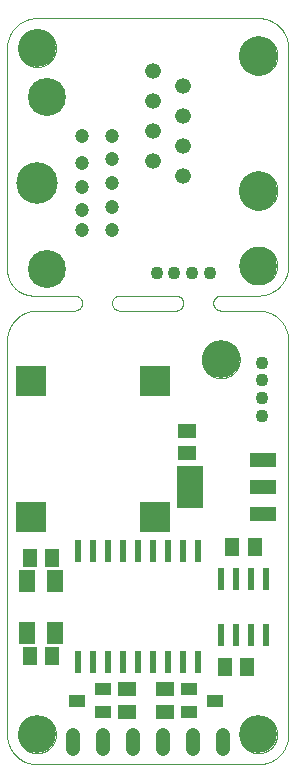
<source format=gts>
G75*
%MOIN*%
%OFA0B0*%
%FSLAX25Y25*%
%IPPOS*%
%LPD*%
%AMOC8*
5,1,8,0,0,1.08239X$1,22.5*
%
%ADD10C,0.00000*%
%ADD11C,0.12598*%
%ADD12R,0.05118X0.05906*%
%ADD13R,0.05906X0.05118*%
%ADD14R,0.08800X0.04800*%
%ADD15R,0.08661X0.14173*%
%ADD16R,0.05512X0.07480*%
%ADD17C,0.04800*%
%ADD18R,0.02200X0.07800*%
%ADD19C,0.04331*%
%ADD20R,0.09843X0.09843*%
%ADD21C,0.05250*%
%ADD22C,0.12800*%
%ADD23C,0.04724*%
%ADD24C,0.13843*%
%ADD25C,0.12661*%
%ADD26R,0.05512X0.03937*%
D10*
X0028845Y0038800D02*
X0028845Y0170050D01*
X0028848Y0170292D01*
X0028857Y0170533D01*
X0028871Y0170774D01*
X0028892Y0171015D01*
X0028918Y0171255D01*
X0028950Y0171495D01*
X0028988Y0171734D01*
X0029031Y0171971D01*
X0029081Y0172208D01*
X0029136Y0172443D01*
X0029196Y0172677D01*
X0029263Y0172909D01*
X0029334Y0173140D01*
X0029412Y0173369D01*
X0029495Y0173596D01*
X0029583Y0173821D01*
X0029677Y0174044D01*
X0029776Y0174264D01*
X0029881Y0174482D01*
X0029990Y0174697D01*
X0030105Y0174910D01*
X0030225Y0175120D01*
X0030350Y0175326D01*
X0030480Y0175530D01*
X0030615Y0175731D01*
X0030755Y0175928D01*
X0030899Y0176122D01*
X0031048Y0176312D01*
X0031202Y0176498D01*
X0031360Y0176681D01*
X0031522Y0176860D01*
X0031689Y0177035D01*
X0031860Y0177206D01*
X0032035Y0177373D01*
X0032214Y0177535D01*
X0032397Y0177693D01*
X0032583Y0177847D01*
X0032773Y0177996D01*
X0032967Y0178140D01*
X0033164Y0178280D01*
X0033365Y0178415D01*
X0033569Y0178545D01*
X0033775Y0178670D01*
X0033985Y0178790D01*
X0034198Y0178905D01*
X0034413Y0179014D01*
X0034631Y0179119D01*
X0034851Y0179218D01*
X0035074Y0179312D01*
X0035299Y0179400D01*
X0035526Y0179483D01*
X0035755Y0179561D01*
X0035986Y0179632D01*
X0036218Y0179699D01*
X0036452Y0179759D01*
X0036687Y0179814D01*
X0036924Y0179864D01*
X0037161Y0179907D01*
X0037400Y0179945D01*
X0037640Y0179977D01*
X0037880Y0180003D01*
X0038121Y0180024D01*
X0038362Y0180038D01*
X0038603Y0180047D01*
X0038845Y0180050D01*
X0051345Y0180050D01*
X0053845Y0182550D02*
X0053843Y0182648D01*
X0053837Y0182746D01*
X0053828Y0182844D01*
X0053814Y0182941D01*
X0053797Y0183038D01*
X0053776Y0183134D01*
X0053751Y0183229D01*
X0053723Y0183323D01*
X0053690Y0183415D01*
X0053655Y0183507D01*
X0053615Y0183597D01*
X0053573Y0183685D01*
X0053526Y0183772D01*
X0053477Y0183856D01*
X0053424Y0183939D01*
X0053368Y0184019D01*
X0053308Y0184098D01*
X0053246Y0184174D01*
X0053181Y0184247D01*
X0053113Y0184318D01*
X0053042Y0184386D01*
X0052969Y0184451D01*
X0052893Y0184513D01*
X0052814Y0184573D01*
X0052734Y0184629D01*
X0052651Y0184682D01*
X0052567Y0184731D01*
X0052480Y0184778D01*
X0052392Y0184820D01*
X0052302Y0184860D01*
X0052210Y0184895D01*
X0052118Y0184928D01*
X0052024Y0184956D01*
X0051929Y0184981D01*
X0051833Y0185002D01*
X0051736Y0185019D01*
X0051639Y0185033D01*
X0051541Y0185042D01*
X0051443Y0185048D01*
X0051345Y0185050D01*
X0037595Y0185050D01*
X0037384Y0185053D01*
X0037172Y0185060D01*
X0036961Y0185073D01*
X0036751Y0185091D01*
X0036540Y0185114D01*
X0036331Y0185142D01*
X0036122Y0185175D01*
X0035914Y0185213D01*
X0035707Y0185256D01*
X0035501Y0185304D01*
X0035296Y0185357D01*
X0035093Y0185415D01*
X0034891Y0185478D01*
X0034691Y0185546D01*
X0034492Y0185619D01*
X0034295Y0185696D01*
X0034101Y0185778D01*
X0033908Y0185865D01*
X0033717Y0185956D01*
X0033529Y0186052D01*
X0033343Y0186153D01*
X0033159Y0186258D01*
X0032978Y0186367D01*
X0032800Y0186481D01*
X0032624Y0186599D01*
X0032452Y0186721D01*
X0032282Y0186847D01*
X0032116Y0186978D01*
X0031953Y0187112D01*
X0031793Y0187251D01*
X0031636Y0187393D01*
X0031483Y0187539D01*
X0031334Y0187688D01*
X0031188Y0187841D01*
X0031046Y0187998D01*
X0030907Y0188158D01*
X0030773Y0188321D01*
X0030642Y0188487D01*
X0030516Y0188657D01*
X0030394Y0188829D01*
X0030276Y0189005D01*
X0030162Y0189183D01*
X0030053Y0189364D01*
X0029948Y0189548D01*
X0029847Y0189734D01*
X0029751Y0189922D01*
X0029660Y0190113D01*
X0029573Y0190306D01*
X0029491Y0190500D01*
X0029414Y0190697D01*
X0029341Y0190896D01*
X0029273Y0191096D01*
X0029210Y0191298D01*
X0029152Y0191501D01*
X0029099Y0191706D01*
X0029051Y0191912D01*
X0029008Y0192119D01*
X0028970Y0192327D01*
X0028937Y0192536D01*
X0028909Y0192745D01*
X0028886Y0192956D01*
X0028868Y0193166D01*
X0028855Y0193377D01*
X0028848Y0193589D01*
X0028845Y0193800D01*
X0028845Y0267550D01*
X0028848Y0267792D01*
X0028857Y0268033D01*
X0028871Y0268274D01*
X0028892Y0268515D01*
X0028918Y0268755D01*
X0028950Y0268995D01*
X0028988Y0269234D01*
X0029031Y0269471D01*
X0029081Y0269708D01*
X0029136Y0269943D01*
X0029196Y0270177D01*
X0029263Y0270409D01*
X0029334Y0270640D01*
X0029412Y0270869D01*
X0029495Y0271096D01*
X0029583Y0271321D01*
X0029677Y0271544D01*
X0029776Y0271764D01*
X0029881Y0271982D01*
X0029990Y0272197D01*
X0030105Y0272410D01*
X0030225Y0272620D01*
X0030350Y0272826D01*
X0030480Y0273030D01*
X0030615Y0273231D01*
X0030755Y0273428D01*
X0030899Y0273622D01*
X0031048Y0273812D01*
X0031202Y0273998D01*
X0031360Y0274181D01*
X0031522Y0274360D01*
X0031689Y0274535D01*
X0031860Y0274706D01*
X0032035Y0274873D01*
X0032214Y0275035D01*
X0032397Y0275193D01*
X0032583Y0275347D01*
X0032773Y0275496D01*
X0032967Y0275640D01*
X0033164Y0275780D01*
X0033365Y0275915D01*
X0033569Y0276045D01*
X0033775Y0276170D01*
X0033985Y0276290D01*
X0034198Y0276405D01*
X0034413Y0276514D01*
X0034631Y0276619D01*
X0034851Y0276718D01*
X0035074Y0276812D01*
X0035299Y0276900D01*
X0035526Y0276983D01*
X0035755Y0277061D01*
X0035986Y0277132D01*
X0036218Y0277199D01*
X0036452Y0277259D01*
X0036687Y0277314D01*
X0036924Y0277364D01*
X0037161Y0277407D01*
X0037400Y0277445D01*
X0037640Y0277477D01*
X0037880Y0277503D01*
X0038121Y0277524D01*
X0038362Y0277538D01*
X0038603Y0277547D01*
X0038845Y0277550D01*
X0112595Y0277550D01*
X0112837Y0277547D01*
X0113078Y0277538D01*
X0113319Y0277524D01*
X0113560Y0277503D01*
X0113800Y0277477D01*
X0114040Y0277445D01*
X0114279Y0277407D01*
X0114516Y0277364D01*
X0114753Y0277314D01*
X0114988Y0277259D01*
X0115222Y0277199D01*
X0115454Y0277132D01*
X0115685Y0277061D01*
X0115914Y0276983D01*
X0116141Y0276900D01*
X0116366Y0276812D01*
X0116589Y0276718D01*
X0116809Y0276619D01*
X0117027Y0276514D01*
X0117242Y0276405D01*
X0117455Y0276290D01*
X0117665Y0276170D01*
X0117871Y0276045D01*
X0118075Y0275915D01*
X0118276Y0275780D01*
X0118473Y0275640D01*
X0118667Y0275496D01*
X0118857Y0275347D01*
X0119043Y0275193D01*
X0119226Y0275035D01*
X0119405Y0274873D01*
X0119580Y0274706D01*
X0119751Y0274535D01*
X0119918Y0274360D01*
X0120080Y0274181D01*
X0120238Y0273998D01*
X0120392Y0273812D01*
X0120541Y0273622D01*
X0120685Y0273428D01*
X0120825Y0273231D01*
X0120960Y0273030D01*
X0121090Y0272826D01*
X0121215Y0272620D01*
X0121335Y0272410D01*
X0121450Y0272197D01*
X0121559Y0271982D01*
X0121664Y0271764D01*
X0121763Y0271544D01*
X0121857Y0271321D01*
X0121945Y0271096D01*
X0122028Y0270869D01*
X0122106Y0270640D01*
X0122177Y0270409D01*
X0122244Y0270177D01*
X0122304Y0269943D01*
X0122359Y0269708D01*
X0122409Y0269471D01*
X0122452Y0269234D01*
X0122490Y0268995D01*
X0122522Y0268755D01*
X0122548Y0268515D01*
X0122569Y0268274D01*
X0122583Y0268033D01*
X0122592Y0267792D01*
X0122595Y0267550D01*
X0122595Y0195050D01*
X0122592Y0194808D01*
X0122583Y0194567D01*
X0122569Y0194326D01*
X0122548Y0194085D01*
X0122522Y0193845D01*
X0122490Y0193605D01*
X0122452Y0193366D01*
X0122409Y0193129D01*
X0122359Y0192892D01*
X0122304Y0192657D01*
X0122244Y0192423D01*
X0122177Y0192191D01*
X0122106Y0191960D01*
X0122028Y0191731D01*
X0121945Y0191504D01*
X0121857Y0191279D01*
X0121763Y0191056D01*
X0121664Y0190836D01*
X0121559Y0190618D01*
X0121450Y0190403D01*
X0121335Y0190190D01*
X0121215Y0189980D01*
X0121090Y0189774D01*
X0120960Y0189570D01*
X0120825Y0189369D01*
X0120685Y0189172D01*
X0120541Y0188978D01*
X0120392Y0188788D01*
X0120238Y0188602D01*
X0120080Y0188419D01*
X0119918Y0188240D01*
X0119751Y0188065D01*
X0119580Y0187894D01*
X0119405Y0187727D01*
X0119226Y0187565D01*
X0119043Y0187407D01*
X0118857Y0187253D01*
X0118667Y0187104D01*
X0118473Y0186960D01*
X0118276Y0186820D01*
X0118075Y0186685D01*
X0117871Y0186555D01*
X0117665Y0186430D01*
X0117455Y0186310D01*
X0117242Y0186195D01*
X0117027Y0186086D01*
X0116809Y0185981D01*
X0116589Y0185882D01*
X0116366Y0185788D01*
X0116141Y0185700D01*
X0115914Y0185617D01*
X0115685Y0185539D01*
X0115454Y0185468D01*
X0115222Y0185401D01*
X0114988Y0185341D01*
X0114753Y0185286D01*
X0114516Y0185236D01*
X0114279Y0185193D01*
X0114040Y0185155D01*
X0113800Y0185123D01*
X0113560Y0185097D01*
X0113319Y0185076D01*
X0113078Y0185062D01*
X0112837Y0185053D01*
X0112595Y0185050D01*
X0100095Y0185050D01*
X0099997Y0185048D01*
X0099899Y0185042D01*
X0099801Y0185033D01*
X0099704Y0185019D01*
X0099607Y0185002D01*
X0099511Y0184981D01*
X0099416Y0184956D01*
X0099322Y0184928D01*
X0099230Y0184895D01*
X0099138Y0184860D01*
X0099048Y0184820D01*
X0098960Y0184778D01*
X0098873Y0184731D01*
X0098789Y0184682D01*
X0098706Y0184629D01*
X0098626Y0184573D01*
X0098547Y0184513D01*
X0098471Y0184451D01*
X0098398Y0184386D01*
X0098327Y0184318D01*
X0098259Y0184247D01*
X0098194Y0184174D01*
X0098132Y0184098D01*
X0098072Y0184019D01*
X0098016Y0183939D01*
X0097963Y0183856D01*
X0097914Y0183772D01*
X0097867Y0183685D01*
X0097825Y0183597D01*
X0097785Y0183507D01*
X0097750Y0183415D01*
X0097717Y0183323D01*
X0097689Y0183229D01*
X0097664Y0183134D01*
X0097643Y0183038D01*
X0097626Y0182941D01*
X0097612Y0182844D01*
X0097603Y0182746D01*
X0097597Y0182648D01*
X0097595Y0182550D01*
X0097597Y0182452D01*
X0097603Y0182354D01*
X0097612Y0182256D01*
X0097626Y0182159D01*
X0097643Y0182062D01*
X0097664Y0181966D01*
X0097689Y0181871D01*
X0097717Y0181777D01*
X0097750Y0181685D01*
X0097785Y0181593D01*
X0097825Y0181503D01*
X0097867Y0181415D01*
X0097914Y0181328D01*
X0097963Y0181244D01*
X0098016Y0181161D01*
X0098072Y0181081D01*
X0098132Y0181002D01*
X0098194Y0180926D01*
X0098259Y0180853D01*
X0098327Y0180782D01*
X0098398Y0180714D01*
X0098471Y0180649D01*
X0098547Y0180587D01*
X0098626Y0180527D01*
X0098706Y0180471D01*
X0098789Y0180418D01*
X0098873Y0180369D01*
X0098960Y0180322D01*
X0099048Y0180280D01*
X0099138Y0180240D01*
X0099230Y0180205D01*
X0099322Y0180172D01*
X0099416Y0180144D01*
X0099511Y0180119D01*
X0099607Y0180098D01*
X0099704Y0180081D01*
X0099801Y0180067D01*
X0099899Y0180058D01*
X0099997Y0180052D01*
X0100095Y0180050D01*
X0112595Y0180050D01*
X0112837Y0180047D01*
X0113078Y0180038D01*
X0113319Y0180024D01*
X0113560Y0180003D01*
X0113800Y0179977D01*
X0114040Y0179945D01*
X0114279Y0179907D01*
X0114516Y0179864D01*
X0114753Y0179814D01*
X0114988Y0179759D01*
X0115222Y0179699D01*
X0115454Y0179632D01*
X0115685Y0179561D01*
X0115914Y0179483D01*
X0116141Y0179400D01*
X0116366Y0179312D01*
X0116589Y0179218D01*
X0116809Y0179119D01*
X0117027Y0179014D01*
X0117242Y0178905D01*
X0117455Y0178790D01*
X0117665Y0178670D01*
X0117871Y0178545D01*
X0118075Y0178415D01*
X0118276Y0178280D01*
X0118473Y0178140D01*
X0118667Y0177996D01*
X0118857Y0177847D01*
X0119043Y0177693D01*
X0119226Y0177535D01*
X0119405Y0177373D01*
X0119580Y0177206D01*
X0119751Y0177035D01*
X0119918Y0176860D01*
X0120080Y0176681D01*
X0120238Y0176498D01*
X0120392Y0176312D01*
X0120541Y0176122D01*
X0120685Y0175928D01*
X0120825Y0175731D01*
X0120960Y0175530D01*
X0121090Y0175326D01*
X0121215Y0175120D01*
X0121335Y0174910D01*
X0121450Y0174697D01*
X0121559Y0174482D01*
X0121664Y0174264D01*
X0121763Y0174044D01*
X0121857Y0173821D01*
X0121945Y0173596D01*
X0122028Y0173369D01*
X0122106Y0173140D01*
X0122177Y0172909D01*
X0122244Y0172677D01*
X0122304Y0172443D01*
X0122359Y0172208D01*
X0122409Y0171971D01*
X0122452Y0171734D01*
X0122490Y0171495D01*
X0122522Y0171255D01*
X0122548Y0171015D01*
X0122569Y0170774D01*
X0122583Y0170533D01*
X0122592Y0170292D01*
X0122595Y0170050D01*
X0122595Y0038800D01*
X0122592Y0038558D01*
X0122583Y0038317D01*
X0122569Y0038076D01*
X0122548Y0037835D01*
X0122522Y0037595D01*
X0122490Y0037355D01*
X0122452Y0037116D01*
X0122409Y0036879D01*
X0122359Y0036642D01*
X0122304Y0036407D01*
X0122244Y0036173D01*
X0122177Y0035941D01*
X0122106Y0035710D01*
X0122028Y0035481D01*
X0121945Y0035254D01*
X0121857Y0035029D01*
X0121763Y0034806D01*
X0121664Y0034586D01*
X0121559Y0034368D01*
X0121450Y0034153D01*
X0121335Y0033940D01*
X0121215Y0033730D01*
X0121090Y0033524D01*
X0120960Y0033320D01*
X0120825Y0033119D01*
X0120685Y0032922D01*
X0120541Y0032728D01*
X0120392Y0032538D01*
X0120238Y0032352D01*
X0120080Y0032169D01*
X0119918Y0031990D01*
X0119751Y0031815D01*
X0119580Y0031644D01*
X0119405Y0031477D01*
X0119226Y0031315D01*
X0119043Y0031157D01*
X0118857Y0031003D01*
X0118667Y0030854D01*
X0118473Y0030710D01*
X0118276Y0030570D01*
X0118075Y0030435D01*
X0117871Y0030305D01*
X0117665Y0030180D01*
X0117455Y0030060D01*
X0117242Y0029945D01*
X0117027Y0029836D01*
X0116809Y0029731D01*
X0116589Y0029632D01*
X0116366Y0029538D01*
X0116141Y0029450D01*
X0115914Y0029367D01*
X0115685Y0029289D01*
X0115454Y0029218D01*
X0115222Y0029151D01*
X0114988Y0029091D01*
X0114753Y0029036D01*
X0114516Y0028986D01*
X0114279Y0028943D01*
X0114040Y0028905D01*
X0113800Y0028873D01*
X0113560Y0028847D01*
X0113319Y0028826D01*
X0113078Y0028812D01*
X0112837Y0028803D01*
X0112595Y0028800D01*
X0038845Y0028800D01*
X0038603Y0028803D01*
X0038362Y0028812D01*
X0038121Y0028826D01*
X0037880Y0028847D01*
X0037640Y0028873D01*
X0037400Y0028905D01*
X0037161Y0028943D01*
X0036924Y0028986D01*
X0036687Y0029036D01*
X0036452Y0029091D01*
X0036218Y0029151D01*
X0035986Y0029218D01*
X0035755Y0029289D01*
X0035526Y0029367D01*
X0035299Y0029450D01*
X0035074Y0029538D01*
X0034851Y0029632D01*
X0034631Y0029731D01*
X0034413Y0029836D01*
X0034198Y0029945D01*
X0033985Y0030060D01*
X0033775Y0030180D01*
X0033569Y0030305D01*
X0033365Y0030435D01*
X0033164Y0030570D01*
X0032967Y0030710D01*
X0032773Y0030854D01*
X0032583Y0031003D01*
X0032397Y0031157D01*
X0032214Y0031315D01*
X0032035Y0031477D01*
X0031860Y0031644D01*
X0031689Y0031815D01*
X0031522Y0031990D01*
X0031360Y0032169D01*
X0031202Y0032352D01*
X0031048Y0032538D01*
X0030899Y0032728D01*
X0030755Y0032922D01*
X0030615Y0033119D01*
X0030480Y0033320D01*
X0030350Y0033524D01*
X0030225Y0033730D01*
X0030105Y0033940D01*
X0029990Y0034153D01*
X0029881Y0034368D01*
X0029776Y0034586D01*
X0029677Y0034806D01*
X0029583Y0035029D01*
X0029495Y0035254D01*
X0029412Y0035481D01*
X0029334Y0035710D01*
X0029263Y0035941D01*
X0029196Y0036173D01*
X0029136Y0036407D01*
X0029081Y0036642D01*
X0029031Y0036879D01*
X0028988Y0037116D01*
X0028950Y0037355D01*
X0028918Y0037595D01*
X0028892Y0037835D01*
X0028871Y0038076D01*
X0028857Y0038317D01*
X0028848Y0038558D01*
X0028845Y0038800D01*
X0032546Y0038800D02*
X0032548Y0038958D01*
X0032554Y0039116D01*
X0032564Y0039274D01*
X0032578Y0039432D01*
X0032596Y0039589D01*
X0032617Y0039746D01*
X0032643Y0039902D01*
X0032673Y0040058D01*
X0032706Y0040213D01*
X0032744Y0040366D01*
X0032785Y0040519D01*
X0032830Y0040671D01*
X0032879Y0040822D01*
X0032932Y0040971D01*
X0032988Y0041119D01*
X0033048Y0041265D01*
X0033112Y0041410D01*
X0033180Y0041553D01*
X0033251Y0041695D01*
X0033325Y0041835D01*
X0033403Y0041972D01*
X0033485Y0042108D01*
X0033569Y0042242D01*
X0033658Y0042373D01*
X0033749Y0042502D01*
X0033844Y0042629D01*
X0033941Y0042754D01*
X0034042Y0042876D01*
X0034146Y0042995D01*
X0034253Y0043112D01*
X0034363Y0043226D01*
X0034476Y0043337D01*
X0034591Y0043446D01*
X0034709Y0043551D01*
X0034830Y0043653D01*
X0034953Y0043753D01*
X0035079Y0043849D01*
X0035207Y0043942D01*
X0035337Y0044032D01*
X0035470Y0044118D01*
X0035605Y0044202D01*
X0035741Y0044281D01*
X0035880Y0044358D01*
X0036021Y0044430D01*
X0036163Y0044500D01*
X0036307Y0044565D01*
X0036453Y0044627D01*
X0036600Y0044685D01*
X0036749Y0044740D01*
X0036899Y0044791D01*
X0037050Y0044838D01*
X0037202Y0044881D01*
X0037355Y0044920D01*
X0037510Y0044956D01*
X0037665Y0044987D01*
X0037821Y0045015D01*
X0037977Y0045039D01*
X0038134Y0045059D01*
X0038292Y0045075D01*
X0038449Y0045087D01*
X0038608Y0045095D01*
X0038766Y0045099D01*
X0038924Y0045099D01*
X0039082Y0045095D01*
X0039241Y0045087D01*
X0039398Y0045075D01*
X0039556Y0045059D01*
X0039713Y0045039D01*
X0039869Y0045015D01*
X0040025Y0044987D01*
X0040180Y0044956D01*
X0040335Y0044920D01*
X0040488Y0044881D01*
X0040640Y0044838D01*
X0040791Y0044791D01*
X0040941Y0044740D01*
X0041090Y0044685D01*
X0041237Y0044627D01*
X0041383Y0044565D01*
X0041527Y0044500D01*
X0041669Y0044430D01*
X0041810Y0044358D01*
X0041949Y0044281D01*
X0042085Y0044202D01*
X0042220Y0044118D01*
X0042353Y0044032D01*
X0042483Y0043942D01*
X0042611Y0043849D01*
X0042737Y0043753D01*
X0042860Y0043653D01*
X0042981Y0043551D01*
X0043099Y0043446D01*
X0043214Y0043337D01*
X0043327Y0043226D01*
X0043437Y0043112D01*
X0043544Y0042995D01*
X0043648Y0042876D01*
X0043749Y0042754D01*
X0043846Y0042629D01*
X0043941Y0042502D01*
X0044032Y0042373D01*
X0044121Y0042242D01*
X0044205Y0042108D01*
X0044287Y0041972D01*
X0044365Y0041835D01*
X0044439Y0041695D01*
X0044510Y0041553D01*
X0044578Y0041410D01*
X0044642Y0041265D01*
X0044702Y0041119D01*
X0044758Y0040971D01*
X0044811Y0040822D01*
X0044860Y0040671D01*
X0044905Y0040519D01*
X0044946Y0040366D01*
X0044984Y0040213D01*
X0045017Y0040058D01*
X0045047Y0039902D01*
X0045073Y0039746D01*
X0045094Y0039589D01*
X0045112Y0039432D01*
X0045126Y0039274D01*
X0045136Y0039116D01*
X0045142Y0038958D01*
X0045144Y0038800D01*
X0045142Y0038642D01*
X0045136Y0038484D01*
X0045126Y0038326D01*
X0045112Y0038168D01*
X0045094Y0038011D01*
X0045073Y0037854D01*
X0045047Y0037698D01*
X0045017Y0037542D01*
X0044984Y0037387D01*
X0044946Y0037234D01*
X0044905Y0037081D01*
X0044860Y0036929D01*
X0044811Y0036778D01*
X0044758Y0036629D01*
X0044702Y0036481D01*
X0044642Y0036335D01*
X0044578Y0036190D01*
X0044510Y0036047D01*
X0044439Y0035905D01*
X0044365Y0035765D01*
X0044287Y0035628D01*
X0044205Y0035492D01*
X0044121Y0035358D01*
X0044032Y0035227D01*
X0043941Y0035098D01*
X0043846Y0034971D01*
X0043749Y0034846D01*
X0043648Y0034724D01*
X0043544Y0034605D01*
X0043437Y0034488D01*
X0043327Y0034374D01*
X0043214Y0034263D01*
X0043099Y0034154D01*
X0042981Y0034049D01*
X0042860Y0033947D01*
X0042737Y0033847D01*
X0042611Y0033751D01*
X0042483Y0033658D01*
X0042353Y0033568D01*
X0042220Y0033482D01*
X0042085Y0033398D01*
X0041949Y0033319D01*
X0041810Y0033242D01*
X0041669Y0033170D01*
X0041527Y0033100D01*
X0041383Y0033035D01*
X0041237Y0032973D01*
X0041090Y0032915D01*
X0040941Y0032860D01*
X0040791Y0032809D01*
X0040640Y0032762D01*
X0040488Y0032719D01*
X0040335Y0032680D01*
X0040180Y0032644D01*
X0040025Y0032613D01*
X0039869Y0032585D01*
X0039713Y0032561D01*
X0039556Y0032541D01*
X0039398Y0032525D01*
X0039241Y0032513D01*
X0039082Y0032505D01*
X0038924Y0032501D01*
X0038766Y0032501D01*
X0038608Y0032505D01*
X0038449Y0032513D01*
X0038292Y0032525D01*
X0038134Y0032541D01*
X0037977Y0032561D01*
X0037821Y0032585D01*
X0037665Y0032613D01*
X0037510Y0032644D01*
X0037355Y0032680D01*
X0037202Y0032719D01*
X0037050Y0032762D01*
X0036899Y0032809D01*
X0036749Y0032860D01*
X0036600Y0032915D01*
X0036453Y0032973D01*
X0036307Y0033035D01*
X0036163Y0033100D01*
X0036021Y0033170D01*
X0035880Y0033242D01*
X0035741Y0033319D01*
X0035605Y0033398D01*
X0035470Y0033482D01*
X0035337Y0033568D01*
X0035207Y0033658D01*
X0035079Y0033751D01*
X0034953Y0033847D01*
X0034830Y0033947D01*
X0034709Y0034049D01*
X0034591Y0034154D01*
X0034476Y0034263D01*
X0034363Y0034374D01*
X0034253Y0034488D01*
X0034146Y0034605D01*
X0034042Y0034724D01*
X0033941Y0034846D01*
X0033844Y0034971D01*
X0033749Y0035098D01*
X0033658Y0035227D01*
X0033569Y0035358D01*
X0033485Y0035492D01*
X0033403Y0035628D01*
X0033325Y0035765D01*
X0033251Y0035905D01*
X0033180Y0036047D01*
X0033112Y0036190D01*
X0033048Y0036335D01*
X0032988Y0036481D01*
X0032932Y0036629D01*
X0032879Y0036778D01*
X0032830Y0036929D01*
X0032785Y0037081D01*
X0032744Y0037234D01*
X0032706Y0037387D01*
X0032673Y0037542D01*
X0032643Y0037698D01*
X0032617Y0037854D01*
X0032596Y0038011D01*
X0032578Y0038168D01*
X0032564Y0038326D01*
X0032554Y0038484D01*
X0032548Y0038642D01*
X0032546Y0038800D01*
X0093796Y0163800D02*
X0093798Y0163958D01*
X0093804Y0164116D01*
X0093814Y0164274D01*
X0093828Y0164432D01*
X0093846Y0164589D01*
X0093867Y0164746D01*
X0093893Y0164902D01*
X0093923Y0165058D01*
X0093956Y0165213D01*
X0093994Y0165366D01*
X0094035Y0165519D01*
X0094080Y0165671D01*
X0094129Y0165822D01*
X0094182Y0165971D01*
X0094238Y0166119D01*
X0094298Y0166265D01*
X0094362Y0166410D01*
X0094430Y0166553D01*
X0094501Y0166695D01*
X0094575Y0166835D01*
X0094653Y0166972D01*
X0094735Y0167108D01*
X0094819Y0167242D01*
X0094908Y0167373D01*
X0094999Y0167502D01*
X0095094Y0167629D01*
X0095191Y0167754D01*
X0095292Y0167876D01*
X0095396Y0167995D01*
X0095503Y0168112D01*
X0095613Y0168226D01*
X0095726Y0168337D01*
X0095841Y0168446D01*
X0095959Y0168551D01*
X0096080Y0168653D01*
X0096203Y0168753D01*
X0096329Y0168849D01*
X0096457Y0168942D01*
X0096587Y0169032D01*
X0096720Y0169118D01*
X0096855Y0169202D01*
X0096991Y0169281D01*
X0097130Y0169358D01*
X0097271Y0169430D01*
X0097413Y0169500D01*
X0097557Y0169565D01*
X0097703Y0169627D01*
X0097850Y0169685D01*
X0097999Y0169740D01*
X0098149Y0169791D01*
X0098300Y0169838D01*
X0098452Y0169881D01*
X0098605Y0169920D01*
X0098760Y0169956D01*
X0098915Y0169987D01*
X0099071Y0170015D01*
X0099227Y0170039D01*
X0099384Y0170059D01*
X0099542Y0170075D01*
X0099699Y0170087D01*
X0099858Y0170095D01*
X0100016Y0170099D01*
X0100174Y0170099D01*
X0100332Y0170095D01*
X0100491Y0170087D01*
X0100648Y0170075D01*
X0100806Y0170059D01*
X0100963Y0170039D01*
X0101119Y0170015D01*
X0101275Y0169987D01*
X0101430Y0169956D01*
X0101585Y0169920D01*
X0101738Y0169881D01*
X0101890Y0169838D01*
X0102041Y0169791D01*
X0102191Y0169740D01*
X0102340Y0169685D01*
X0102487Y0169627D01*
X0102633Y0169565D01*
X0102777Y0169500D01*
X0102919Y0169430D01*
X0103060Y0169358D01*
X0103199Y0169281D01*
X0103335Y0169202D01*
X0103470Y0169118D01*
X0103603Y0169032D01*
X0103733Y0168942D01*
X0103861Y0168849D01*
X0103987Y0168753D01*
X0104110Y0168653D01*
X0104231Y0168551D01*
X0104349Y0168446D01*
X0104464Y0168337D01*
X0104577Y0168226D01*
X0104687Y0168112D01*
X0104794Y0167995D01*
X0104898Y0167876D01*
X0104999Y0167754D01*
X0105096Y0167629D01*
X0105191Y0167502D01*
X0105282Y0167373D01*
X0105371Y0167242D01*
X0105455Y0167108D01*
X0105537Y0166972D01*
X0105615Y0166835D01*
X0105689Y0166695D01*
X0105760Y0166553D01*
X0105828Y0166410D01*
X0105892Y0166265D01*
X0105952Y0166119D01*
X0106008Y0165971D01*
X0106061Y0165822D01*
X0106110Y0165671D01*
X0106155Y0165519D01*
X0106196Y0165366D01*
X0106234Y0165213D01*
X0106267Y0165058D01*
X0106297Y0164902D01*
X0106323Y0164746D01*
X0106344Y0164589D01*
X0106362Y0164432D01*
X0106376Y0164274D01*
X0106386Y0164116D01*
X0106392Y0163958D01*
X0106394Y0163800D01*
X0106392Y0163642D01*
X0106386Y0163484D01*
X0106376Y0163326D01*
X0106362Y0163168D01*
X0106344Y0163011D01*
X0106323Y0162854D01*
X0106297Y0162698D01*
X0106267Y0162542D01*
X0106234Y0162387D01*
X0106196Y0162234D01*
X0106155Y0162081D01*
X0106110Y0161929D01*
X0106061Y0161778D01*
X0106008Y0161629D01*
X0105952Y0161481D01*
X0105892Y0161335D01*
X0105828Y0161190D01*
X0105760Y0161047D01*
X0105689Y0160905D01*
X0105615Y0160765D01*
X0105537Y0160628D01*
X0105455Y0160492D01*
X0105371Y0160358D01*
X0105282Y0160227D01*
X0105191Y0160098D01*
X0105096Y0159971D01*
X0104999Y0159846D01*
X0104898Y0159724D01*
X0104794Y0159605D01*
X0104687Y0159488D01*
X0104577Y0159374D01*
X0104464Y0159263D01*
X0104349Y0159154D01*
X0104231Y0159049D01*
X0104110Y0158947D01*
X0103987Y0158847D01*
X0103861Y0158751D01*
X0103733Y0158658D01*
X0103603Y0158568D01*
X0103470Y0158482D01*
X0103335Y0158398D01*
X0103199Y0158319D01*
X0103060Y0158242D01*
X0102919Y0158170D01*
X0102777Y0158100D01*
X0102633Y0158035D01*
X0102487Y0157973D01*
X0102340Y0157915D01*
X0102191Y0157860D01*
X0102041Y0157809D01*
X0101890Y0157762D01*
X0101738Y0157719D01*
X0101585Y0157680D01*
X0101430Y0157644D01*
X0101275Y0157613D01*
X0101119Y0157585D01*
X0100963Y0157561D01*
X0100806Y0157541D01*
X0100648Y0157525D01*
X0100491Y0157513D01*
X0100332Y0157505D01*
X0100174Y0157501D01*
X0100016Y0157501D01*
X0099858Y0157505D01*
X0099699Y0157513D01*
X0099542Y0157525D01*
X0099384Y0157541D01*
X0099227Y0157561D01*
X0099071Y0157585D01*
X0098915Y0157613D01*
X0098760Y0157644D01*
X0098605Y0157680D01*
X0098452Y0157719D01*
X0098300Y0157762D01*
X0098149Y0157809D01*
X0097999Y0157860D01*
X0097850Y0157915D01*
X0097703Y0157973D01*
X0097557Y0158035D01*
X0097413Y0158100D01*
X0097271Y0158170D01*
X0097130Y0158242D01*
X0096991Y0158319D01*
X0096855Y0158398D01*
X0096720Y0158482D01*
X0096587Y0158568D01*
X0096457Y0158658D01*
X0096329Y0158751D01*
X0096203Y0158847D01*
X0096080Y0158947D01*
X0095959Y0159049D01*
X0095841Y0159154D01*
X0095726Y0159263D01*
X0095613Y0159374D01*
X0095503Y0159488D01*
X0095396Y0159605D01*
X0095292Y0159724D01*
X0095191Y0159846D01*
X0095094Y0159971D01*
X0094999Y0160098D01*
X0094908Y0160227D01*
X0094819Y0160358D01*
X0094735Y0160492D01*
X0094653Y0160628D01*
X0094575Y0160765D01*
X0094501Y0160905D01*
X0094430Y0161047D01*
X0094362Y0161190D01*
X0094298Y0161335D01*
X0094238Y0161481D01*
X0094182Y0161629D01*
X0094129Y0161778D01*
X0094080Y0161929D01*
X0094035Y0162081D01*
X0093994Y0162234D01*
X0093956Y0162387D01*
X0093923Y0162542D01*
X0093893Y0162698D01*
X0093867Y0162854D01*
X0093846Y0163011D01*
X0093828Y0163168D01*
X0093814Y0163326D01*
X0093804Y0163484D01*
X0093798Y0163642D01*
X0093796Y0163800D01*
X0085095Y0180050D02*
X0066345Y0180050D01*
X0066247Y0180052D01*
X0066149Y0180058D01*
X0066051Y0180067D01*
X0065954Y0180081D01*
X0065857Y0180098D01*
X0065761Y0180119D01*
X0065666Y0180144D01*
X0065572Y0180172D01*
X0065480Y0180205D01*
X0065388Y0180240D01*
X0065298Y0180280D01*
X0065210Y0180322D01*
X0065123Y0180369D01*
X0065039Y0180418D01*
X0064956Y0180471D01*
X0064876Y0180527D01*
X0064797Y0180587D01*
X0064721Y0180649D01*
X0064648Y0180714D01*
X0064577Y0180782D01*
X0064509Y0180853D01*
X0064444Y0180926D01*
X0064382Y0181002D01*
X0064322Y0181081D01*
X0064266Y0181161D01*
X0064213Y0181244D01*
X0064164Y0181328D01*
X0064117Y0181415D01*
X0064075Y0181503D01*
X0064035Y0181593D01*
X0064000Y0181685D01*
X0063967Y0181777D01*
X0063939Y0181871D01*
X0063914Y0181966D01*
X0063893Y0182062D01*
X0063876Y0182159D01*
X0063862Y0182256D01*
X0063853Y0182354D01*
X0063847Y0182452D01*
X0063845Y0182550D01*
X0063847Y0182648D01*
X0063853Y0182746D01*
X0063862Y0182844D01*
X0063876Y0182941D01*
X0063893Y0183038D01*
X0063914Y0183134D01*
X0063939Y0183229D01*
X0063967Y0183323D01*
X0064000Y0183415D01*
X0064035Y0183507D01*
X0064075Y0183597D01*
X0064117Y0183685D01*
X0064164Y0183772D01*
X0064213Y0183856D01*
X0064266Y0183939D01*
X0064322Y0184019D01*
X0064382Y0184098D01*
X0064444Y0184174D01*
X0064509Y0184247D01*
X0064577Y0184318D01*
X0064648Y0184386D01*
X0064721Y0184451D01*
X0064797Y0184513D01*
X0064876Y0184573D01*
X0064956Y0184629D01*
X0065039Y0184682D01*
X0065123Y0184731D01*
X0065210Y0184778D01*
X0065298Y0184820D01*
X0065388Y0184860D01*
X0065480Y0184895D01*
X0065572Y0184928D01*
X0065666Y0184956D01*
X0065761Y0184981D01*
X0065857Y0185002D01*
X0065954Y0185019D01*
X0066051Y0185033D01*
X0066149Y0185042D01*
X0066247Y0185048D01*
X0066345Y0185050D01*
X0085095Y0185050D01*
X0085193Y0185048D01*
X0085291Y0185042D01*
X0085389Y0185033D01*
X0085486Y0185019D01*
X0085583Y0185002D01*
X0085679Y0184981D01*
X0085774Y0184956D01*
X0085868Y0184928D01*
X0085960Y0184895D01*
X0086052Y0184860D01*
X0086142Y0184820D01*
X0086230Y0184778D01*
X0086317Y0184731D01*
X0086401Y0184682D01*
X0086484Y0184629D01*
X0086564Y0184573D01*
X0086643Y0184513D01*
X0086719Y0184451D01*
X0086792Y0184386D01*
X0086863Y0184318D01*
X0086931Y0184247D01*
X0086996Y0184174D01*
X0087058Y0184098D01*
X0087118Y0184019D01*
X0087174Y0183939D01*
X0087227Y0183856D01*
X0087276Y0183772D01*
X0087323Y0183685D01*
X0087365Y0183597D01*
X0087405Y0183507D01*
X0087440Y0183415D01*
X0087473Y0183323D01*
X0087501Y0183229D01*
X0087526Y0183134D01*
X0087547Y0183038D01*
X0087564Y0182941D01*
X0087578Y0182844D01*
X0087587Y0182746D01*
X0087593Y0182648D01*
X0087595Y0182550D01*
X0087593Y0182452D01*
X0087587Y0182354D01*
X0087578Y0182256D01*
X0087564Y0182159D01*
X0087547Y0182062D01*
X0087526Y0181966D01*
X0087501Y0181871D01*
X0087473Y0181777D01*
X0087440Y0181685D01*
X0087405Y0181593D01*
X0087365Y0181503D01*
X0087323Y0181415D01*
X0087276Y0181328D01*
X0087227Y0181244D01*
X0087174Y0181161D01*
X0087118Y0181081D01*
X0087058Y0181002D01*
X0086996Y0180926D01*
X0086931Y0180853D01*
X0086863Y0180782D01*
X0086792Y0180714D01*
X0086719Y0180649D01*
X0086643Y0180587D01*
X0086564Y0180527D01*
X0086484Y0180471D01*
X0086401Y0180418D01*
X0086317Y0180369D01*
X0086230Y0180322D01*
X0086142Y0180280D01*
X0086052Y0180240D01*
X0085960Y0180205D01*
X0085868Y0180172D01*
X0085774Y0180144D01*
X0085679Y0180119D01*
X0085583Y0180098D01*
X0085486Y0180081D01*
X0085389Y0180067D01*
X0085291Y0180058D01*
X0085193Y0180052D01*
X0085095Y0180050D01*
X0106296Y0195050D02*
X0106298Y0195208D01*
X0106304Y0195366D01*
X0106314Y0195524D01*
X0106328Y0195682D01*
X0106346Y0195839D01*
X0106367Y0195996D01*
X0106393Y0196152D01*
X0106423Y0196308D01*
X0106456Y0196463D01*
X0106494Y0196616D01*
X0106535Y0196769D01*
X0106580Y0196921D01*
X0106629Y0197072D01*
X0106682Y0197221D01*
X0106738Y0197369D01*
X0106798Y0197515D01*
X0106862Y0197660D01*
X0106930Y0197803D01*
X0107001Y0197945D01*
X0107075Y0198085D01*
X0107153Y0198222D01*
X0107235Y0198358D01*
X0107319Y0198492D01*
X0107408Y0198623D01*
X0107499Y0198752D01*
X0107594Y0198879D01*
X0107691Y0199004D01*
X0107792Y0199126D01*
X0107896Y0199245D01*
X0108003Y0199362D01*
X0108113Y0199476D01*
X0108226Y0199587D01*
X0108341Y0199696D01*
X0108459Y0199801D01*
X0108580Y0199903D01*
X0108703Y0200003D01*
X0108829Y0200099D01*
X0108957Y0200192D01*
X0109087Y0200282D01*
X0109220Y0200368D01*
X0109355Y0200452D01*
X0109491Y0200531D01*
X0109630Y0200608D01*
X0109771Y0200680D01*
X0109913Y0200750D01*
X0110057Y0200815D01*
X0110203Y0200877D01*
X0110350Y0200935D01*
X0110499Y0200990D01*
X0110649Y0201041D01*
X0110800Y0201088D01*
X0110952Y0201131D01*
X0111105Y0201170D01*
X0111260Y0201206D01*
X0111415Y0201237D01*
X0111571Y0201265D01*
X0111727Y0201289D01*
X0111884Y0201309D01*
X0112042Y0201325D01*
X0112199Y0201337D01*
X0112358Y0201345D01*
X0112516Y0201349D01*
X0112674Y0201349D01*
X0112832Y0201345D01*
X0112991Y0201337D01*
X0113148Y0201325D01*
X0113306Y0201309D01*
X0113463Y0201289D01*
X0113619Y0201265D01*
X0113775Y0201237D01*
X0113930Y0201206D01*
X0114085Y0201170D01*
X0114238Y0201131D01*
X0114390Y0201088D01*
X0114541Y0201041D01*
X0114691Y0200990D01*
X0114840Y0200935D01*
X0114987Y0200877D01*
X0115133Y0200815D01*
X0115277Y0200750D01*
X0115419Y0200680D01*
X0115560Y0200608D01*
X0115699Y0200531D01*
X0115835Y0200452D01*
X0115970Y0200368D01*
X0116103Y0200282D01*
X0116233Y0200192D01*
X0116361Y0200099D01*
X0116487Y0200003D01*
X0116610Y0199903D01*
X0116731Y0199801D01*
X0116849Y0199696D01*
X0116964Y0199587D01*
X0117077Y0199476D01*
X0117187Y0199362D01*
X0117294Y0199245D01*
X0117398Y0199126D01*
X0117499Y0199004D01*
X0117596Y0198879D01*
X0117691Y0198752D01*
X0117782Y0198623D01*
X0117871Y0198492D01*
X0117955Y0198358D01*
X0118037Y0198222D01*
X0118115Y0198085D01*
X0118189Y0197945D01*
X0118260Y0197803D01*
X0118328Y0197660D01*
X0118392Y0197515D01*
X0118452Y0197369D01*
X0118508Y0197221D01*
X0118561Y0197072D01*
X0118610Y0196921D01*
X0118655Y0196769D01*
X0118696Y0196616D01*
X0118734Y0196463D01*
X0118767Y0196308D01*
X0118797Y0196152D01*
X0118823Y0195996D01*
X0118844Y0195839D01*
X0118862Y0195682D01*
X0118876Y0195524D01*
X0118886Y0195366D01*
X0118892Y0195208D01*
X0118894Y0195050D01*
X0118892Y0194892D01*
X0118886Y0194734D01*
X0118876Y0194576D01*
X0118862Y0194418D01*
X0118844Y0194261D01*
X0118823Y0194104D01*
X0118797Y0193948D01*
X0118767Y0193792D01*
X0118734Y0193637D01*
X0118696Y0193484D01*
X0118655Y0193331D01*
X0118610Y0193179D01*
X0118561Y0193028D01*
X0118508Y0192879D01*
X0118452Y0192731D01*
X0118392Y0192585D01*
X0118328Y0192440D01*
X0118260Y0192297D01*
X0118189Y0192155D01*
X0118115Y0192015D01*
X0118037Y0191878D01*
X0117955Y0191742D01*
X0117871Y0191608D01*
X0117782Y0191477D01*
X0117691Y0191348D01*
X0117596Y0191221D01*
X0117499Y0191096D01*
X0117398Y0190974D01*
X0117294Y0190855D01*
X0117187Y0190738D01*
X0117077Y0190624D01*
X0116964Y0190513D01*
X0116849Y0190404D01*
X0116731Y0190299D01*
X0116610Y0190197D01*
X0116487Y0190097D01*
X0116361Y0190001D01*
X0116233Y0189908D01*
X0116103Y0189818D01*
X0115970Y0189732D01*
X0115835Y0189648D01*
X0115699Y0189569D01*
X0115560Y0189492D01*
X0115419Y0189420D01*
X0115277Y0189350D01*
X0115133Y0189285D01*
X0114987Y0189223D01*
X0114840Y0189165D01*
X0114691Y0189110D01*
X0114541Y0189059D01*
X0114390Y0189012D01*
X0114238Y0188969D01*
X0114085Y0188930D01*
X0113930Y0188894D01*
X0113775Y0188863D01*
X0113619Y0188835D01*
X0113463Y0188811D01*
X0113306Y0188791D01*
X0113148Y0188775D01*
X0112991Y0188763D01*
X0112832Y0188755D01*
X0112674Y0188751D01*
X0112516Y0188751D01*
X0112358Y0188755D01*
X0112199Y0188763D01*
X0112042Y0188775D01*
X0111884Y0188791D01*
X0111727Y0188811D01*
X0111571Y0188835D01*
X0111415Y0188863D01*
X0111260Y0188894D01*
X0111105Y0188930D01*
X0110952Y0188969D01*
X0110800Y0189012D01*
X0110649Y0189059D01*
X0110499Y0189110D01*
X0110350Y0189165D01*
X0110203Y0189223D01*
X0110057Y0189285D01*
X0109913Y0189350D01*
X0109771Y0189420D01*
X0109630Y0189492D01*
X0109491Y0189569D01*
X0109355Y0189648D01*
X0109220Y0189732D01*
X0109087Y0189818D01*
X0108957Y0189908D01*
X0108829Y0190001D01*
X0108703Y0190097D01*
X0108580Y0190197D01*
X0108459Y0190299D01*
X0108341Y0190404D01*
X0108226Y0190513D01*
X0108113Y0190624D01*
X0108003Y0190738D01*
X0107896Y0190855D01*
X0107792Y0190974D01*
X0107691Y0191096D01*
X0107594Y0191221D01*
X0107499Y0191348D01*
X0107408Y0191477D01*
X0107319Y0191608D01*
X0107235Y0191742D01*
X0107153Y0191878D01*
X0107075Y0192015D01*
X0107001Y0192155D01*
X0106930Y0192297D01*
X0106862Y0192440D01*
X0106798Y0192585D01*
X0106738Y0192731D01*
X0106682Y0192879D01*
X0106629Y0193028D01*
X0106580Y0193179D01*
X0106535Y0193331D01*
X0106494Y0193484D01*
X0106456Y0193637D01*
X0106423Y0193792D01*
X0106393Y0193948D01*
X0106367Y0194104D01*
X0106346Y0194261D01*
X0106328Y0194418D01*
X0106314Y0194576D01*
X0106304Y0194734D01*
X0106298Y0194892D01*
X0106296Y0195050D01*
X0106195Y0220050D02*
X0106197Y0220210D01*
X0106203Y0220369D01*
X0106213Y0220528D01*
X0106227Y0220687D01*
X0106245Y0220846D01*
X0106266Y0221004D01*
X0106292Y0221161D01*
X0106322Y0221318D01*
X0106355Y0221474D01*
X0106393Y0221629D01*
X0106434Y0221783D01*
X0106479Y0221936D01*
X0106528Y0222088D01*
X0106581Y0222239D01*
X0106637Y0222388D01*
X0106698Y0222536D01*
X0106761Y0222682D01*
X0106829Y0222827D01*
X0106900Y0222970D01*
X0106974Y0223111D01*
X0107052Y0223250D01*
X0107134Y0223387D01*
X0107219Y0223522D01*
X0107307Y0223655D01*
X0107399Y0223786D01*
X0107493Y0223914D01*
X0107591Y0224040D01*
X0107692Y0224164D01*
X0107796Y0224285D01*
X0107903Y0224403D01*
X0108013Y0224519D01*
X0108126Y0224632D01*
X0108242Y0224742D01*
X0108360Y0224849D01*
X0108481Y0224953D01*
X0108605Y0225054D01*
X0108731Y0225152D01*
X0108859Y0225246D01*
X0108990Y0225338D01*
X0109123Y0225426D01*
X0109258Y0225511D01*
X0109395Y0225593D01*
X0109534Y0225671D01*
X0109675Y0225745D01*
X0109818Y0225816D01*
X0109963Y0225884D01*
X0110109Y0225947D01*
X0110257Y0226008D01*
X0110406Y0226064D01*
X0110557Y0226117D01*
X0110709Y0226166D01*
X0110862Y0226211D01*
X0111016Y0226252D01*
X0111171Y0226290D01*
X0111327Y0226323D01*
X0111484Y0226353D01*
X0111641Y0226379D01*
X0111799Y0226400D01*
X0111958Y0226418D01*
X0112117Y0226432D01*
X0112276Y0226442D01*
X0112435Y0226448D01*
X0112595Y0226450D01*
X0112755Y0226448D01*
X0112914Y0226442D01*
X0113073Y0226432D01*
X0113232Y0226418D01*
X0113391Y0226400D01*
X0113549Y0226379D01*
X0113706Y0226353D01*
X0113863Y0226323D01*
X0114019Y0226290D01*
X0114174Y0226252D01*
X0114328Y0226211D01*
X0114481Y0226166D01*
X0114633Y0226117D01*
X0114784Y0226064D01*
X0114933Y0226008D01*
X0115081Y0225947D01*
X0115227Y0225884D01*
X0115372Y0225816D01*
X0115515Y0225745D01*
X0115656Y0225671D01*
X0115795Y0225593D01*
X0115932Y0225511D01*
X0116067Y0225426D01*
X0116200Y0225338D01*
X0116331Y0225246D01*
X0116459Y0225152D01*
X0116585Y0225054D01*
X0116709Y0224953D01*
X0116830Y0224849D01*
X0116948Y0224742D01*
X0117064Y0224632D01*
X0117177Y0224519D01*
X0117287Y0224403D01*
X0117394Y0224285D01*
X0117498Y0224164D01*
X0117599Y0224040D01*
X0117697Y0223914D01*
X0117791Y0223786D01*
X0117883Y0223655D01*
X0117971Y0223522D01*
X0118056Y0223387D01*
X0118138Y0223250D01*
X0118216Y0223111D01*
X0118290Y0222970D01*
X0118361Y0222827D01*
X0118429Y0222682D01*
X0118492Y0222536D01*
X0118553Y0222388D01*
X0118609Y0222239D01*
X0118662Y0222088D01*
X0118711Y0221936D01*
X0118756Y0221783D01*
X0118797Y0221629D01*
X0118835Y0221474D01*
X0118868Y0221318D01*
X0118898Y0221161D01*
X0118924Y0221004D01*
X0118945Y0220846D01*
X0118963Y0220687D01*
X0118977Y0220528D01*
X0118987Y0220369D01*
X0118993Y0220210D01*
X0118995Y0220050D01*
X0118993Y0219890D01*
X0118987Y0219731D01*
X0118977Y0219572D01*
X0118963Y0219413D01*
X0118945Y0219254D01*
X0118924Y0219096D01*
X0118898Y0218939D01*
X0118868Y0218782D01*
X0118835Y0218626D01*
X0118797Y0218471D01*
X0118756Y0218317D01*
X0118711Y0218164D01*
X0118662Y0218012D01*
X0118609Y0217861D01*
X0118553Y0217712D01*
X0118492Y0217564D01*
X0118429Y0217418D01*
X0118361Y0217273D01*
X0118290Y0217130D01*
X0118216Y0216989D01*
X0118138Y0216850D01*
X0118056Y0216713D01*
X0117971Y0216578D01*
X0117883Y0216445D01*
X0117791Y0216314D01*
X0117697Y0216186D01*
X0117599Y0216060D01*
X0117498Y0215936D01*
X0117394Y0215815D01*
X0117287Y0215697D01*
X0117177Y0215581D01*
X0117064Y0215468D01*
X0116948Y0215358D01*
X0116830Y0215251D01*
X0116709Y0215147D01*
X0116585Y0215046D01*
X0116459Y0214948D01*
X0116331Y0214854D01*
X0116200Y0214762D01*
X0116067Y0214674D01*
X0115932Y0214589D01*
X0115795Y0214507D01*
X0115656Y0214429D01*
X0115515Y0214355D01*
X0115372Y0214284D01*
X0115227Y0214216D01*
X0115081Y0214153D01*
X0114933Y0214092D01*
X0114784Y0214036D01*
X0114633Y0213983D01*
X0114481Y0213934D01*
X0114328Y0213889D01*
X0114174Y0213848D01*
X0114019Y0213810D01*
X0113863Y0213777D01*
X0113706Y0213747D01*
X0113549Y0213721D01*
X0113391Y0213700D01*
X0113232Y0213682D01*
X0113073Y0213668D01*
X0112914Y0213658D01*
X0112755Y0213652D01*
X0112595Y0213650D01*
X0112435Y0213652D01*
X0112276Y0213658D01*
X0112117Y0213668D01*
X0111958Y0213682D01*
X0111799Y0213700D01*
X0111641Y0213721D01*
X0111484Y0213747D01*
X0111327Y0213777D01*
X0111171Y0213810D01*
X0111016Y0213848D01*
X0110862Y0213889D01*
X0110709Y0213934D01*
X0110557Y0213983D01*
X0110406Y0214036D01*
X0110257Y0214092D01*
X0110109Y0214153D01*
X0109963Y0214216D01*
X0109818Y0214284D01*
X0109675Y0214355D01*
X0109534Y0214429D01*
X0109395Y0214507D01*
X0109258Y0214589D01*
X0109123Y0214674D01*
X0108990Y0214762D01*
X0108859Y0214854D01*
X0108731Y0214948D01*
X0108605Y0215046D01*
X0108481Y0215147D01*
X0108360Y0215251D01*
X0108242Y0215358D01*
X0108126Y0215468D01*
X0108013Y0215581D01*
X0107903Y0215697D01*
X0107796Y0215815D01*
X0107692Y0215936D01*
X0107591Y0216060D01*
X0107493Y0216186D01*
X0107399Y0216314D01*
X0107307Y0216445D01*
X0107219Y0216578D01*
X0107134Y0216713D01*
X0107052Y0216850D01*
X0106974Y0216989D01*
X0106900Y0217130D01*
X0106829Y0217273D01*
X0106761Y0217418D01*
X0106698Y0217564D01*
X0106637Y0217712D01*
X0106581Y0217861D01*
X0106528Y0218012D01*
X0106479Y0218164D01*
X0106434Y0218317D01*
X0106393Y0218471D01*
X0106355Y0218626D01*
X0106322Y0218782D01*
X0106292Y0218939D01*
X0106266Y0219096D01*
X0106245Y0219254D01*
X0106227Y0219413D01*
X0106213Y0219572D01*
X0106203Y0219731D01*
X0106197Y0219890D01*
X0106195Y0220050D01*
X0106195Y0265050D02*
X0106197Y0265210D01*
X0106203Y0265369D01*
X0106213Y0265528D01*
X0106227Y0265687D01*
X0106245Y0265846D01*
X0106266Y0266004D01*
X0106292Y0266161D01*
X0106322Y0266318D01*
X0106355Y0266474D01*
X0106393Y0266629D01*
X0106434Y0266783D01*
X0106479Y0266936D01*
X0106528Y0267088D01*
X0106581Y0267239D01*
X0106637Y0267388D01*
X0106698Y0267536D01*
X0106761Y0267682D01*
X0106829Y0267827D01*
X0106900Y0267970D01*
X0106974Y0268111D01*
X0107052Y0268250D01*
X0107134Y0268387D01*
X0107219Y0268522D01*
X0107307Y0268655D01*
X0107399Y0268786D01*
X0107493Y0268914D01*
X0107591Y0269040D01*
X0107692Y0269164D01*
X0107796Y0269285D01*
X0107903Y0269403D01*
X0108013Y0269519D01*
X0108126Y0269632D01*
X0108242Y0269742D01*
X0108360Y0269849D01*
X0108481Y0269953D01*
X0108605Y0270054D01*
X0108731Y0270152D01*
X0108859Y0270246D01*
X0108990Y0270338D01*
X0109123Y0270426D01*
X0109258Y0270511D01*
X0109395Y0270593D01*
X0109534Y0270671D01*
X0109675Y0270745D01*
X0109818Y0270816D01*
X0109963Y0270884D01*
X0110109Y0270947D01*
X0110257Y0271008D01*
X0110406Y0271064D01*
X0110557Y0271117D01*
X0110709Y0271166D01*
X0110862Y0271211D01*
X0111016Y0271252D01*
X0111171Y0271290D01*
X0111327Y0271323D01*
X0111484Y0271353D01*
X0111641Y0271379D01*
X0111799Y0271400D01*
X0111958Y0271418D01*
X0112117Y0271432D01*
X0112276Y0271442D01*
X0112435Y0271448D01*
X0112595Y0271450D01*
X0112755Y0271448D01*
X0112914Y0271442D01*
X0113073Y0271432D01*
X0113232Y0271418D01*
X0113391Y0271400D01*
X0113549Y0271379D01*
X0113706Y0271353D01*
X0113863Y0271323D01*
X0114019Y0271290D01*
X0114174Y0271252D01*
X0114328Y0271211D01*
X0114481Y0271166D01*
X0114633Y0271117D01*
X0114784Y0271064D01*
X0114933Y0271008D01*
X0115081Y0270947D01*
X0115227Y0270884D01*
X0115372Y0270816D01*
X0115515Y0270745D01*
X0115656Y0270671D01*
X0115795Y0270593D01*
X0115932Y0270511D01*
X0116067Y0270426D01*
X0116200Y0270338D01*
X0116331Y0270246D01*
X0116459Y0270152D01*
X0116585Y0270054D01*
X0116709Y0269953D01*
X0116830Y0269849D01*
X0116948Y0269742D01*
X0117064Y0269632D01*
X0117177Y0269519D01*
X0117287Y0269403D01*
X0117394Y0269285D01*
X0117498Y0269164D01*
X0117599Y0269040D01*
X0117697Y0268914D01*
X0117791Y0268786D01*
X0117883Y0268655D01*
X0117971Y0268522D01*
X0118056Y0268387D01*
X0118138Y0268250D01*
X0118216Y0268111D01*
X0118290Y0267970D01*
X0118361Y0267827D01*
X0118429Y0267682D01*
X0118492Y0267536D01*
X0118553Y0267388D01*
X0118609Y0267239D01*
X0118662Y0267088D01*
X0118711Y0266936D01*
X0118756Y0266783D01*
X0118797Y0266629D01*
X0118835Y0266474D01*
X0118868Y0266318D01*
X0118898Y0266161D01*
X0118924Y0266004D01*
X0118945Y0265846D01*
X0118963Y0265687D01*
X0118977Y0265528D01*
X0118987Y0265369D01*
X0118993Y0265210D01*
X0118995Y0265050D01*
X0118993Y0264890D01*
X0118987Y0264731D01*
X0118977Y0264572D01*
X0118963Y0264413D01*
X0118945Y0264254D01*
X0118924Y0264096D01*
X0118898Y0263939D01*
X0118868Y0263782D01*
X0118835Y0263626D01*
X0118797Y0263471D01*
X0118756Y0263317D01*
X0118711Y0263164D01*
X0118662Y0263012D01*
X0118609Y0262861D01*
X0118553Y0262712D01*
X0118492Y0262564D01*
X0118429Y0262418D01*
X0118361Y0262273D01*
X0118290Y0262130D01*
X0118216Y0261989D01*
X0118138Y0261850D01*
X0118056Y0261713D01*
X0117971Y0261578D01*
X0117883Y0261445D01*
X0117791Y0261314D01*
X0117697Y0261186D01*
X0117599Y0261060D01*
X0117498Y0260936D01*
X0117394Y0260815D01*
X0117287Y0260697D01*
X0117177Y0260581D01*
X0117064Y0260468D01*
X0116948Y0260358D01*
X0116830Y0260251D01*
X0116709Y0260147D01*
X0116585Y0260046D01*
X0116459Y0259948D01*
X0116331Y0259854D01*
X0116200Y0259762D01*
X0116067Y0259674D01*
X0115932Y0259589D01*
X0115795Y0259507D01*
X0115656Y0259429D01*
X0115515Y0259355D01*
X0115372Y0259284D01*
X0115227Y0259216D01*
X0115081Y0259153D01*
X0114933Y0259092D01*
X0114784Y0259036D01*
X0114633Y0258983D01*
X0114481Y0258934D01*
X0114328Y0258889D01*
X0114174Y0258848D01*
X0114019Y0258810D01*
X0113863Y0258777D01*
X0113706Y0258747D01*
X0113549Y0258721D01*
X0113391Y0258700D01*
X0113232Y0258682D01*
X0113073Y0258668D01*
X0112914Y0258658D01*
X0112755Y0258652D01*
X0112595Y0258650D01*
X0112435Y0258652D01*
X0112276Y0258658D01*
X0112117Y0258668D01*
X0111958Y0258682D01*
X0111799Y0258700D01*
X0111641Y0258721D01*
X0111484Y0258747D01*
X0111327Y0258777D01*
X0111171Y0258810D01*
X0111016Y0258848D01*
X0110862Y0258889D01*
X0110709Y0258934D01*
X0110557Y0258983D01*
X0110406Y0259036D01*
X0110257Y0259092D01*
X0110109Y0259153D01*
X0109963Y0259216D01*
X0109818Y0259284D01*
X0109675Y0259355D01*
X0109534Y0259429D01*
X0109395Y0259507D01*
X0109258Y0259589D01*
X0109123Y0259674D01*
X0108990Y0259762D01*
X0108859Y0259854D01*
X0108731Y0259948D01*
X0108605Y0260046D01*
X0108481Y0260147D01*
X0108360Y0260251D01*
X0108242Y0260358D01*
X0108126Y0260468D01*
X0108013Y0260581D01*
X0107903Y0260697D01*
X0107796Y0260815D01*
X0107692Y0260936D01*
X0107591Y0261060D01*
X0107493Y0261186D01*
X0107399Y0261314D01*
X0107307Y0261445D01*
X0107219Y0261578D01*
X0107134Y0261713D01*
X0107052Y0261850D01*
X0106974Y0261989D01*
X0106900Y0262130D01*
X0106829Y0262273D01*
X0106761Y0262418D01*
X0106698Y0262564D01*
X0106637Y0262712D01*
X0106581Y0262861D01*
X0106528Y0263012D01*
X0106479Y0263164D01*
X0106434Y0263317D01*
X0106393Y0263471D01*
X0106355Y0263626D01*
X0106322Y0263782D01*
X0106292Y0263939D01*
X0106266Y0264096D01*
X0106245Y0264254D01*
X0106227Y0264413D01*
X0106213Y0264572D01*
X0106203Y0264731D01*
X0106197Y0264890D01*
X0106195Y0265050D01*
X0053845Y0182550D02*
X0053843Y0182452D01*
X0053837Y0182354D01*
X0053828Y0182256D01*
X0053814Y0182159D01*
X0053797Y0182062D01*
X0053776Y0181966D01*
X0053751Y0181871D01*
X0053723Y0181777D01*
X0053690Y0181685D01*
X0053655Y0181593D01*
X0053615Y0181503D01*
X0053573Y0181415D01*
X0053526Y0181328D01*
X0053477Y0181244D01*
X0053424Y0181161D01*
X0053368Y0181081D01*
X0053308Y0181002D01*
X0053246Y0180926D01*
X0053181Y0180853D01*
X0053113Y0180782D01*
X0053042Y0180714D01*
X0052969Y0180649D01*
X0052893Y0180587D01*
X0052814Y0180527D01*
X0052734Y0180471D01*
X0052651Y0180418D01*
X0052567Y0180369D01*
X0052480Y0180322D01*
X0052392Y0180280D01*
X0052302Y0180240D01*
X0052210Y0180205D01*
X0052118Y0180172D01*
X0052024Y0180144D01*
X0051929Y0180119D01*
X0051833Y0180098D01*
X0051736Y0180081D01*
X0051639Y0180067D01*
X0051541Y0180058D01*
X0051443Y0180052D01*
X0051345Y0180050D01*
X0032546Y0267550D02*
X0032548Y0267708D01*
X0032554Y0267866D01*
X0032564Y0268024D01*
X0032578Y0268182D01*
X0032596Y0268339D01*
X0032617Y0268496D01*
X0032643Y0268652D01*
X0032673Y0268808D01*
X0032706Y0268963D01*
X0032744Y0269116D01*
X0032785Y0269269D01*
X0032830Y0269421D01*
X0032879Y0269572D01*
X0032932Y0269721D01*
X0032988Y0269869D01*
X0033048Y0270015D01*
X0033112Y0270160D01*
X0033180Y0270303D01*
X0033251Y0270445D01*
X0033325Y0270585D01*
X0033403Y0270722D01*
X0033485Y0270858D01*
X0033569Y0270992D01*
X0033658Y0271123D01*
X0033749Y0271252D01*
X0033844Y0271379D01*
X0033941Y0271504D01*
X0034042Y0271626D01*
X0034146Y0271745D01*
X0034253Y0271862D01*
X0034363Y0271976D01*
X0034476Y0272087D01*
X0034591Y0272196D01*
X0034709Y0272301D01*
X0034830Y0272403D01*
X0034953Y0272503D01*
X0035079Y0272599D01*
X0035207Y0272692D01*
X0035337Y0272782D01*
X0035470Y0272868D01*
X0035605Y0272952D01*
X0035741Y0273031D01*
X0035880Y0273108D01*
X0036021Y0273180D01*
X0036163Y0273250D01*
X0036307Y0273315D01*
X0036453Y0273377D01*
X0036600Y0273435D01*
X0036749Y0273490D01*
X0036899Y0273541D01*
X0037050Y0273588D01*
X0037202Y0273631D01*
X0037355Y0273670D01*
X0037510Y0273706D01*
X0037665Y0273737D01*
X0037821Y0273765D01*
X0037977Y0273789D01*
X0038134Y0273809D01*
X0038292Y0273825D01*
X0038449Y0273837D01*
X0038608Y0273845D01*
X0038766Y0273849D01*
X0038924Y0273849D01*
X0039082Y0273845D01*
X0039241Y0273837D01*
X0039398Y0273825D01*
X0039556Y0273809D01*
X0039713Y0273789D01*
X0039869Y0273765D01*
X0040025Y0273737D01*
X0040180Y0273706D01*
X0040335Y0273670D01*
X0040488Y0273631D01*
X0040640Y0273588D01*
X0040791Y0273541D01*
X0040941Y0273490D01*
X0041090Y0273435D01*
X0041237Y0273377D01*
X0041383Y0273315D01*
X0041527Y0273250D01*
X0041669Y0273180D01*
X0041810Y0273108D01*
X0041949Y0273031D01*
X0042085Y0272952D01*
X0042220Y0272868D01*
X0042353Y0272782D01*
X0042483Y0272692D01*
X0042611Y0272599D01*
X0042737Y0272503D01*
X0042860Y0272403D01*
X0042981Y0272301D01*
X0043099Y0272196D01*
X0043214Y0272087D01*
X0043327Y0271976D01*
X0043437Y0271862D01*
X0043544Y0271745D01*
X0043648Y0271626D01*
X0043749Y0271504D01*
X0043846Y0271379D01*
X0043941Y0271252D01*
X0044032Y0271123D01*
X0044121Y0270992D01*
X0044205Y0270858D01*
X0044287Y0270722D01*
X0044365Y0270585D01*
X0044439Y0270445D01*
X0044510Y0270303D01*
X0044578Y0270160D01*
X0044642Y0270015D01*
X0044702Y0269869D01*
X0044758Y0269721D01*
X0044811Y0269572D01*
X0044860Y0269421D01*
X0044905Y0269269D01*
X0044946Y0269116D01*
X0044984Y0268963D01*
X0045017Y0268808D01*
X0045047Y0268652D01*
X0045073Y0268496D01*
X0045094Y0268339D01*
X0045112Y0268182D01*
X0045126Y0268024D01*
X0045136Y0267866D01*
X0045142Y0267708D01*
X0045144Y0267550D01*
X0045142Y0267392D01*
X0045136Y0267234D01*
X0045126Y0267076D01*
X0045112Y0266918D01*
X0045094Y0266761D01*
X0045073Y0266604D01*
X0045047Y0266448D01*
X0045017Y0266292D01*
X0044984Y0266137D01*
X0044946Y0265984D01*
X0044905Y0265831D01*
X0044860Y0265679D01*
X0044811Y0265528D01*
X0044758Y0265379D01*
X0044702Y0265231D01*
X0044642Y0265085D01*
X0044578Y0264940D01*
X0044510Y0264797D01*
X0044439Y0264655D01*
X0044365Y0264515D01*
X0044287Y0264378D01*
X0044205Y0264242D01*
X0044121Y0264108D01*
X0044032Y0263977D01*
X0043941Y0263848D01*
X0043846Y0263721D01*
X0043749Y0263596D01*
X0043648Y0263474D01*
X0043544Y0263355D01*
X0043437Y0263238D01*
X0043327Y0263124D01*
X0043214Y0263013D01*
X0043099Y0262904D01*
X0042981Y0262799D01*
X0042860Y0262697D01*
X0042737Y0262597D01*
X0042611Y0262501D01*
X0042483Y0262408D01*
X0042353Y0262318D01*
X0042220Y0262232D01*
X0042085Y0262148D01*
X0041949Y0262069D01*
X0041810Y0261992D01*
X0041669Y0261920D01*
X0041527Y0261850D01*
X0041383Y0261785D01*
X0041237Y0261723D01*
X0041090Y0261665D01*
X0040941Y0261610D01*
X0040791Y0261559D01*
X0040640Y0261512D01*
X0040488Y0261469D01*
X0040335Y0261430D01*
X0040180Y0261394D01*
X0040025Y0261363D01*
X0039869Y0261335D01*
X0039713Y0261311D01*
X0039556Y0261291D01*
X0039398Y0261275D01*
X0039241Y0261263D01*
X0039082Y0261255D01*
X0038924Y0261251D01*
X0038766Y0261251D01*
X0038608Y0261255D01*
X0038449Y0261263D01*
X0038292Y0261275D01*
X0038134Y0261291D01*
X0037977Y0261311D01*
X0037821Y0261335D01*
X0037665Y0261363D01*
X0037510Y0261394D01*
X0037355Y0261430D01*
X0037202Y0261469D01*
X0037050Y0261512D01*
X0036899Y0261559D01*
X0036749Y0261610D01*
X0036600Y0261665D01*
X0036453Y0261723D01*
X0036307Y0261785D01*
X0036163Y0261850D01*
X0036021Y0261920D01*
X0035880Y0261992D01*
X0035741Y0262069D01*
X0035605Y0262148D01*
X0035470Y0262232D01*
X0035337Y0262318D01*
X0035207Y0262408D01*
X0035079Y0262501D01*
X0034953Y0262597D01*
X0034830Y0262697D01*
X0034709Y0262799D01*
X0034591Y0262904D01*
X0034476Y0263013D01*
X0034363Y0263124D01*
X0034253Y0263238D01*
X0034146Y0263355D01*
X0034042Y0263474D01*
X0033941Y0263596D01*
X0033844Y0263721D01*
X0033749Y0263848D01*
X0033658Y0263977D01*
X0033569Y0264108D01*
X0033485Y0264242D01*
X0033403Y0264378D01*
X0033325Y0264515D01*
X0033251Y0264655D01*
X0033180Y0264797D01*
X0033112Y0264940D01*
X0033048Y0265085D01*
X0032988Y0265231D01*
X0032932Y0265379D01*
X0032879Y0265528D01*
X0032830Y0265679D01*
X0032785Y0265831D01*
X0032744Y0265984D01*
X0032706Y0266137D01*
X0032673Y0266292D01*
X0032643Y0266448D01*
X0032617Y0266604D01*
X0032596Y0266761D01*
X0032578Y0266918D01*
X0032564Y0267076D01*
X0032554Y0267234D01*
X0032548Y0267392D01*
X0032546Y0267550D01*
X0106296Y0038800D02*
X0106298Y0038958D01*
X0106304Y0039116D01*
X0106314Y0039274D01*
X0106328Y0039432D01*
X0106346Y0039589D01*
X0106367Y0039746D01*
X0106393Y0039902D01*
X0106423Y0040058D01*
X0106456Y0040213D01*
X0106494Y0040366D01*
X0106535Y0040519D01*
X0106580Y0040671D01*
X0106629Y0040822D01*
X0106682Y0040971D01*
X0106738Y0041119D01*
X0106798Y0041265D01*
X0106862Y0041410D01*
X0106930Y0041553D01*
X0107001Y0041695D01*
X0107075Y0041835D01*
X0107153Y0041972D01*
X0107235Y0042108D01*
X0107319Y0042242D01*
X0107408Y0042373D01*
X0107499Y0042502D01*
X0107594Y0042629D01*
X0107691Y0042754D01*
X0107792Y0042876D01*
X0107896Y0042995D01*
X0108003Y0043112D01*
X0108113Y0043226D01*
X0108226Y0043337D01*
X0108341Y0043446D01*
X0108459Y0043551D01*
X0108580Y0043653D01*
X0108703Y0043753D01*
X0108829Y0043849D01*
X0108957Y0043942D01*
X0109087Y0044032D01*
X0109220Y0044118D01*
X0109355Y0044202D01*
X0109491Y0044281D01*
X0109630Y0044358D01*
X0109771Y0044430D01*
X0109913Y0044500D01*
X0110057Y0044565D01*
X0110203Y0044627D01*
X0110350Y0044685D01*
X0110499Y0044740D01*
X0110649Y0044791D01*
X0110800Y0044838D01*
X0110952Y0044881D01*
X0111105Y0044920D01*
X0111260Y0044956D01*
X0111415Y0044987D01*
X0111571Y0045015D01*
X0111727Y0045039D01*
X0111884Y0045059D01*
X0112042Y0045075D01*
X0112199Y0045087D01*
X0112358Y0045095D01*
X0112516Y0045099D01*
X0112674Y0045099D01*
X0112832Y0045095D01*
X0112991Y0045087D01*
X0113148Y0045075D01*
X0113306Y0045059D01*
X0113463Y0045039D01*
X0113619Y0045015D01*
X0113775Y0044987D01*
X0113930Y0044956D01*
X0114085Y0044920D01*
X0114238Y0044881D01*
X0114390Y0044838D01*
X0114541Y0044791D01*
X0114691Y0044740D01*
X0114840Y0044685D01*
X0114987Y0044627D01*
X0115133Y0044565D01*
X0115277Y0044500D01*
X0115419Y0044430D01*
X0115560Y0044358D01*
X0115699Y0044281D01*
X0115835Y0044202D01*
X0115970Y0044118D01*
X0116103Y0044032D01*
X0116233Y0043942D01*
X0116361Y0043849D01*
X0116487Y0043753D01*
X0116610Y0043653D01*
X0116731Y0043551D01*
X0116849Y0043446D01*
X0116964Y0043337D01*
X0117077Y0043226D01*
X0117187Y0043112D01*
X0117294Y0042995D01*
X0117398Y0042876D01*
X0117499Y0042754D01*
X0117596Y0042629D01*
X0117691Y0042502D01*
X0117782Y0042373D01*
X0117871Y0042242D01*
X0117955Y0042108D01*
X0118037Y0041972D01*
X0118115Y0041835D01*
X0118189Y0041695D01*
X0118260Y0041553D01*
X0118328Y0041410D01*
X0118392Y0041265D01*
X0118452Y0041119D01*
X0118508Y0040971D01*
X0118561Y0040822D01*
X0118610Y0040671D01*
X0118655Y0040519D01*
X0118696Y0040366D01*
X0118734Y0040213D01*
X0118767Y0040058D01*
X0118797Y0039902D01*
X0118823Y0039746D01*
X0118844Y0039589D01*
X0118862Y0039432D01*
X0118876Y0039274D01*
X0118886Y0039116D01*
X0118892Y0038958D01*
X0118894Y0038800D01*
X0118892Y0038642D01*
X0118886Y0038484D01*
X0118876Y0038326D01*
X0118862Y0038168D01*
X0118844Y0038011D01*
X0118823Y0037854D01*
X0118797Y0037698D01*
X0118767Y0037542D01*
X0118734Y0037387D01*
X0118696Y0037234D01*
X0118655Y0037081D01*
X0118610Y0036929D01*
X0118561Y0036778D01*
X0118508Y0036629D01*
X0118452Y0036481D01*
X0118392Y0036335D01*
X0118328Y0036190D01*
X0118260Y0036047D01*
X0118189Y0035905D01*
X0118115Y0035765D01*
X0118037Y0035628D01*
X0117955Y0035492D01*
X0117871Y0035358D01*
X0117782Y0035227D01*
X0117691Y0035098D01*
X0117596Y0034971D01*
X0117499Y0034846D01*
X0117398Y0034724D01*
X0117294Y0034605D01*
X0117187Y0034488D01*
X0117077Y0034374D01*
X0116964Y0034263D01*
X0116849Y0034154D01*
X0116731Y0034049D01*
X0116610Y0033947D01*
X0116487Y0033847D01*
X0116361Y0033751D01*
X0116233Y0033658D01*
X0116103Y0033568D01*
X0115970Y0033482D01*
X0115835Y0033398D01*
X0115699Y0033319D01*
X0115560Y0033242D01*
X0115419Y0033170D01*
X0115277Y0033100D01*
X0115133Y0033035D01*
X0114987Y0032973D01*
X0114840Y0032915D01*
X0114691Y0032860D01*
X0114541Y0032809D01*
X0114390Y0032762D01*
X0114238Y0032719D01*
X0114085Y0032680D01*
X0113930Y0032644D01*
X0113775Y0032613D01*
X0113619Y0032585D01*
X0113463Y0032561D01*
X0113306Y0032541D01*
X0113148Y0032525D01*
X0112991Y0032513D01*
X0112832Y0032505D01*
X0112674Y0032501D01*
X0112516Y0032501D01*
X0112358Y0032505D01*
X0112199Y0032513D01*
X0112042Y0032525D01*
X0111884Y0032541D01*
X0111727Y0032561D01*
X0111571Y0032585D01*
X0111415Y0032613D01*
X0111260Y0032644D01*
X0111105Y0032680D01*
X0110952Y0032719D01*
X0110800Y0032762D01*
X0110649Y0032809D01*
X0110499Y0032860D01*
X0110350Y0032915D01*
X0110203Y0032973D01*
X0110057Y0033035D01*
X0109913Y0033100D01*
X0109771Y0033170D01*
X0109630Y0033242D01*
X0109491Y0033319D01*
X0109355Y0033398D01*
X0109220Y0033482D01*
X0109087Y0033568D01*
X0108957Y0033658D01*
X0108829Y0033751D01*
X0108703Y0033847D01*
X0108580Y0033947D01*
X0108459Y0034049D01*
X0108341Y0034154D01*
X0108226Y0034263D01*
X0108113Y0034374D01*
X0108003Y0034488D01*
X0107896Y0034605D01*
X0107792Y0034724D01*
X0107691Y0034846D01*
X0107594Y0034971D01*
X0107499Y0035098D01*
X0107408Y0035227D01*
X0107319Y0035358D01*
X0107235Y0035492D01*
X0107153Y0035628D01*
X0107075Y0035765D01*
X0107001Y0035905D01*
X0106930Y0036047D01*
X0106862Y0036190D01*
X0106798Y0036335D01*
X0106738Y0036481D01*
X0106682Y0036629D01*
X0106629Y0036778D01*
X0106580Y0036929D01*
X0106535Y0037081D01*
X0106494Y0037234D01*
X0106456Y0037387D01*
X0106423Y0037542D01*
X0106393Y0037698D01*
X0106367Y0037854D01*
X0106346Y0038011D01*
X0106328Y0038168D01*
X0106314Y0038326D01*
X0106304Y0038484D01*
X0106298Y0038642D01*
X0106296Y0038800D01*
D11*
X0112595Y0038800D03*
X0100095Y0163800D03*
X0112595Y0195050D03*
X0038845Y0267550D03*
X0038845Y0038800D03*
D12*
X0036355Y0065050D03*
X0043835Y0065050D03*
X0043835Y0097550D03*
X0036355Y0097550D03*
X0101355Y0061300D03*
X0108835Y0061300D03*
X0111335Y0101300D03*
X0103855Y0101300D03*
D13*
X0088845Y0132560D03*
X0088845Y0140040D03*
X0081345Y0053790D03*
X0081345Y0046310D03*
X0068845Y0046310D03*
X0068845Y0053790D03*
D14*
X0114170Y0112200D03*
X0114170Y0121300D03*
X0114170Y0130400D03*
D15*
X0089769Y0121300D03*
D16*
X0044820Y0089961D03*
X0035371Y0089961D03*
X0035371Y0072639D03*
X0044820Y0072639D03*
D17*
X0050720Y0038700D02*
X0050720Y0033900D01*
X0060720Y0033900D02*
X0060720Y0038700D01*
X0070720Y0038700D02*
X0070720Y0033900D01*
X0080720Y0033900D02*
X0080720Y0038700D01*
X0090720Y0038700D02*
X0090720Y0033900D01*
X0100720Y0033900D02*
X0100720Y0038700D01*
D18*
X0092595Y0062800D03*
X0087595Y0062800D03*
X0082595Y0062800D03*
X0077595Y0062800D03*
X0072595Y0062800D03*
X0067595Y0062800D03*
X0062595Y0062800D03*
X0057595Y0062800D03*
X0052595Y0062800D03*
X0052595Y0099800D03*
X0057595Y0099800D03*
X0062595Y0099800D03*
X0067595Y0099800D03*
X0072595Y0099800D03*
X0077595Y0099800D03*
X0082595Y0099800D03*
X0087595Y0099800D03*
X0092595Y0099800D03*
X0100095Y0090600D03*
X0105095Y0090600D03*
X0110095Y0090600D03*
X0115095Y0090600D03*
X0115095Y0072000D03*
X0110095Y0072000D03*
X0105095Y0072000D03*
X0100095Y0072000D03*
D19*
X0113845Y0144942D03*
X0113845Y0150847D03*
X0113845Y0156753D03*
X0113845Y0162658D03*
X0096453Y0192550D03*
X0090548Y0192550D03*
X0084642Y0192550D03*
X0078737Y0192550D03*
D20*
X0078264Y0156438D03*
X0078264Y0111162D03*
X0036926Y0111162D03*
X0036926Y0156438D03*
D21*
X0077595Y0230050D03*
X0077595Y0240050D03*
X0077595Y0250050D03*
X0077595Y0260050D03*
X0087595Y0255050D03*
X0087595Y0245050D03*
X0087595Y0235050D03*
X0087595Y0225050D03*
D22*
X0112595Y0220050D03*
X0112595Y0265050D03*
D23*
X0063766Y0238101D03*
X0063766Y0230424D03*
X0063766Y0222550D03*
X0063766Y0214676D03*
X0063766Y0206999D03*
X0053924Y0206999D03*
X0053924Y0213495D03*
X0053924Y0221369D03*
X0053924Y0229243D03*
X0053924Y0238101D03*
D24*
X0038963Y0222550D03*
D25*
X0042113Y0194007D03*
X0042113Y0251093D03*
D26*
X0060676Y0053790D03*
X0060676Y0046310D03*
X0052014Y0050050D03*
X0089514Y0046310D03*
X0089514Y0053790D03*
X0098176Y0050050D03*
M02*

</source>
